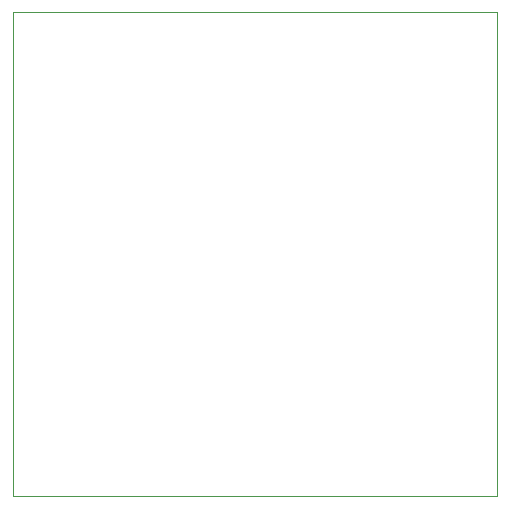
<source format=gbr>
%TF.GenerationSoftware,KiCad,Pcbnew,(6.0.7)*%
%TF.CreationDate,2022-09-26T02:54:28-06:00*%
%TF.ProjectId,HHC-MiniBadge-2022,4848432d-4d69-46e6-9942-616467652d32,v1.0*%
%TF.SameCoordinates,Original*%
%TF.FileFunction,Profile,NP*%
%FSLAX46Y46*%
G04 Gerber Fmt 4.6, Leading zero omitted, Abs format (unit mm)*
G04 Created by KiCad (PCBNEW (6.0.7)) date 2022-09-26 02:54:28*
%MOMM*%
%LPD*%
G01*
G04 APERTURE LIST*
%TA.AperFunction,Profile*%
%ADD10C,0.100000*%
%TD*%
G04 APERTURE END LIST*
D10*
X118050000Y-105450000D02*
X118050000Y-64460000D01*
X159050000Y-105450000D02*
X118050000Y-105450000D01*
X159050000Y-64460000D02*
X159050000Y-105450000D01*
X118050000Y-64460000D02*
X159050000Y-64460000D01*
M02*

</source>
